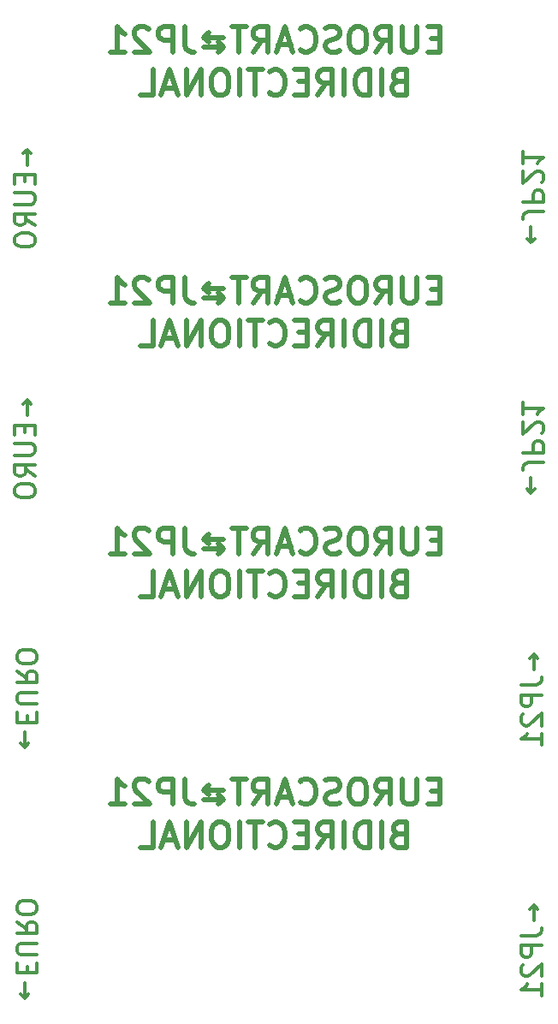
<source format=gbo>
G04 #@! TF.GenerationSoftware,KiCad,Pcbnew,(5.1.0)-1*
G04 #@! TF.CreationDate,2019-08-12T16:28:21-04:00*
G04 #@! TF.ProjectId,4x_PANEL,34785f50-414e-4454-9c2e-6b696361645f,rev?*
G04 #@! TF.SameCoordinates,Original*
G04 #@! TF.FileFunction,Legend,Bot*
G04 #@! TF.FilePolarity,Positive*
%FSLAX46Y46*%
G04 Gerber Fmt 4.6, Leading zero omitted, Abs format (unit mm)*
G04 Created by KiCad (PCBNEW (5.1.0)-1) date 2019-08-12 16:28:21*
%MOMM*%
%LPD*%
G04 APERTURE LIST*
%ADD10C,0.300000*%
%ADD11C,0.500000*%
G04 APERTURE END LIST*
D10*
X106257142Y-138638095D02*
X106257142Y-140161904D01*
X105876190Y-139780952D02*
X106257142Y-140161904D01*
X106638095Y-139780952D01*
X106542857Y-137685714D02*
X106542857Y-137019047D01*
X105495238Y-136733333D02*
X105495238Y-137685714D01*
X107495238Y-137685714D01*
X107495238Y-136733333D01*
X107495238Y-135876190D02*
X105876190Y-135876190D01*
X105685714Y-135780952D01*
X105590476Y-135685714D01*
X105495238Y-135495238D01*
X105495238Y-135114285D01*
X105590476Y-134923809D01*
X105685714Y-134828571D01*
X105876190Y-134733333D01*
X107495238Y-134733333D01*
X105495238Y-132638095D02*
X106447619Y-133304761D01*
X105495238Y-133780952D02*
X107495238Y-133780952D01*
X107495238Y-133019047D01*
X107400000Y-132828571D01*
X107304761Y-132733333D01*
X107114285Y-132638095D01*
X106828571Y-132638095D01*
X106638095Y-132733333D01*
X106542857Y-132828571D01*
X106447619Y-133019047D01*
X106447619Y-133780952D01*
X107495238Y-131400000D02*
X107495238Y-131019047D01*
X107400000Y-130828571D01*
X107209523Y-130638095D01*
X106828571Y-130542857D01*
X106161904Y-130542857D01*
X105780952Y-130638095D01*
X105590476Y-130828571D01*
X105495238Y-131019047D01*
X105495238Y-131400000D01*
X105590476Y-131590476D01*
X105780952Y-131780952D01*
X106161904Y-131876190D01*
X106828571Y-131876190D01*
X107209523Y-131780952D01*
X107400000Y-131590476D01*
X107495238Y-131400000D01*
X156642857Y-132495238D02*
X156642857Y-130971428D01*
X157023809Y-131352380D02*
X156642857Y-130971428D01*
X156261904Y-131352380D01*
X155404761Y-134019047D02*
X156833333Y-134019047D01*
X157119047Y-133923809D01*
X157309523Y-133733333D01*
X157404761Y-133447619D01*
X157404761Y-133257142D01*
X157404761Y-134971428D02*
X155404761Y-134971428D01*
X155404761Y-135733333D01*
X155500000Y-135923809D01*
X155595238Y-136019047D01*
X155785714Y-136114285D01*
X156071428Y-136114285D01*
X156261904Y-136019047D01*
X156357142Y-135923809D01*
X156452380Y-135733333D01*
X156452380Y-134971428D01*
X155595238Y-136876190D02*
X155500000Y-136971428D01*
X155404761Y-137161904D01*
X155404761Y-137638095D01*
X155500000Y-137828571D01*
X155595238Y-137923809D01*
X155785714Y-138019047D01*
X155976190Y-138019047D01*
X156261904Y-137923809D01*
X157404761Y-136780952D01*
X157404761Y-138019047D01*
X157404761Y-139923809D02*
X157404761Y-138780952D01*
X157404761Y-139352380D02*
X155404761Y-139352380D01*
X155690476Y-139161904D01*
X155880952Y-138971428D01*
X155976190Y-138780952D01*
D11*
X147350000Y-119696428D02*
X146516666Y-119696428D01*
X146159523Y-121005952D02*
X147350000Y-121005952D01*
X147350000Y-118505952D01*
X146159523Y-118505952D01*
X145088095Y-118505952D02*
X145088095Y-120529761D01*
X144969047Y-120767857D01*
X144850000Y-120886904D01*
X144611904Y-121005952D01*
X144135714Y-121005952D01*
X143897619Y-120886904D01*
X143778571Y-120767857D01*
X143659523Y-120529761D01*
X143659523Y-118505952D01*
X141040476Y-121005952D02*
X141873809Y-119815476D01*
X142469047Y-121005952D02*
X142469047Y-118505952D01*
X141516666Y-118505952D01*
X141278571Y-118625000D01*
X141159523Y-118744047D01*
X141040476Y-118982142D01*
X141040476Y-119339285D01*
X141159523Y-119577380D01*
X141278571Y-119696428D01*
X141516666Y-119815476D01*
X142469047Y-119815476D01*
X139492857Y-118505952D02*
X139016666Y-118505952D01*
X138778571Y-118625000D01*
X138540476Y-118863095D01*
X138421428Y-119339285D01*
X138421428Y-120172619D01*
X138540476Y-120648809D01*
X138778571Y-120886904D01*
X139016666Y-121005952D01*
X139492857Y-121005952D01*
X139730952Y-120886904D01*
X139969047Y-120648809D01*
X140088095Y-120172619D01*
X140088095Y-119339285D01*
X139969047Y-118863095D01*
X139730952Y-118625000D01*
X139492857Y-118505952D01*
X137469047Y-120886904D02*
X137111904Y-121005952D01*
X136516666Y-121005952D01*
X136278571Y-120886904D01*
X136159523Y-120767857D01*
X136040476Y-120529761D01*
X136040476Y-120291666D01*
X136159523Y-120053571D01*
X136278571Y-119934523D01*
X136516666Y-119815476D01*
X136992857Y-119696428D01*
X137230952Y-119577380D01*
X137350000Y-119458333D01*
X137469047Y-119220238D01*
X137469047Y-118982142D01*
X137350000Y-118744047D01*
X137230952Y-118625000D01*
X136992857Y-118505952D01*
X136397619Y-118505952D01*
X136040476Y-118625000D01*
X133540476Y-120767857D02*
X133659523Y-120886904D01*
X134016666Y-121005952D01*
X134254761Y-121005952D01*
X134611904Y-120886904D01*
X134850000Y-120648809D01*
X134969047Y-120410714D01*
X135088095Y-119934523D01*
X135088095Y-119577380D01*
X134969047Y-119101190D01*
X134850000Y-118863095D01*
X134611904Y-118625000D01*
X134254761Y-118505952D01*
X134016666Y-118505952D01*
X133659523Y-118625000D01*
X133540476Y-118744047D01*
X132588095Y-120291666D02*
X131397619Y-120291666D01*
X132826190Y-121005952D02*
X131992857Y-118505952D01*
X131159523Y-121005952D01*
X128897619Y-121005952D02*
X129730952Y-119815476D01*
X130326190Y-121005952D02*
X130326190Y-118505952D01*
X129373809Y-118505952D01*
X129135714Y-118625000D01*
X129016666Y-118744047D01*
X128897619Y-118982142D01*
X128897619Y-119339285D01*
X129016666Y-119577380D01*
X129135714Y-119696428D01*
X129373809Y-119815476D01*
X130326190Y-119815476D01*
X128183333Y-118505952D02*
X126754761Y-118505952D01*
X127469047Y-121005952D02*
X127469047Y-118505952D01*
X124016666Y-120529761D02*
X125921428Y-120529761D01*
X125921428Y-119577380D02*
X124016666Y-119577380D01*
X124492857Y-120053571D02*
X124016666Y-119577380D01*
X124492857Y-119101190D01*
X125445238Y-121005952D02*
X125921428Y-120529761D01*
X125445238Y-120053571D01*
X122111904Y-118505952D02*
X122111904Y-120291666D01*
X122230952Y-120648809D01*
X122469047Y-120886904D01*
X122826190Y-121005952D01*
X123064285Y-121005952D01*
X120921428Y-121005952D02*
X120921428Y-118505952D01*
X119969047Y-118505952D01*
X119730952Y-118625000D01*
X119611904Y-118744047D01*
X119492857Y-118982142D01*
X119492857Y-119339285D01*
X119611904Y-119577380D01*
X119730952Y-119696428D01*
X119969047Y-119815476D01*
X120921428Y-119815476D01*
X118540476Y-118744047D02*
X118421428Y-118625000D01*
X118183333Y-118505952D01*
X117588095Y-118505952D01*
X117350000Y-118625000D01*
X117230952Y-118744047D01*
X117111904Y-118982142D01*
X117111904Y-119220238D01*
X117230952Y-119577380D01*
X118659523Y-121005952D01*
X117111904Y-121005952D01*
X114730952Y-121005952D02*
X116159523Y-121005952D01*
X115445238Y-121005952D02*
X115445238Y-118505952D01*
X115683333Y-118863095D01*
X115921428Y-119101190D01*
X116159523Y-119220238D01*
X143242857Y-123946428D02*
X142885714Y-124065476D01*
X142766666Y-124184523D01*
X142647619Y-124422619D01*
X142647619Y-124779761D01*
X142766666Y-125017857D01*
X142885714Y-125136904D01*
X143123809Y-125255952D01*
X144076190Y-125255952D01*
X144076190Y-122755952D01*
X143242857Y-122755952D01*
X143004761Y-122875000D01*
X142885714Y-122994047D01*
X142766666Y-123232142D01*
X142766666Y-123470238D01*
X142885714Y-123708333D01*
X143004761Y-123827380D01*
X143242857Y-123946428D01*
X144076190Y-123946428D01*
X141576190Y-125255952D02*
X141576190Y-122755952D01*
X140385714Y-125255952D02*
X140385714Y-122755952D01*
X139790476Y-122755952D01*
X139433333Y-122875000D01*
X139195238Y-123113095D01*
X139076190Y-123351190D01*
X138957142Y-123827380D01*
X138957142Y-124184523D01*
X139076190Y-124660714D01*
X139195238Y-124898809D01*
X139433333Y-125136904D01*
X139790476Y-125255952D01*
X140385714Y-125255952D01*
X137885714Y-125255952D02*
X137885714Y-122755952D01*
X135266666Y-125255952D02*
X136100000Y-124065476D01*
X136695238Y-125255952D02*
X136695238Y-122755952D01*
X135742857Y-122755952D01*
X135504761Y-122875000D01*
X135385714Y-122994047D01*
X135266666Y-123232142D01*
X135266666Y-123589285D01*
X135385714Y-123827380D01*
X135504761Y-123946428D01*
X135742857Y-124065476D01*
X136695238Y-124065476D01*
X134195238Y-123946428D02*
X133361904Y-123946428D01*
X133004761Y-125255952D02*
X134195238Y-125255952D01*
X134195238Y-122755952D01*
X133004761Y-122755952D01*
X130504761Y-125017857D02*
X130623809Y-125136904D01*
X130980952Y-125255952D01*
X131219047Y-125255952D01*
X131576190Y-125136904D01*
X131814285Y-124898809D01*
X131933333Y-124660714D01*
X132052380Y-124184523D01*
X132052380Y-123827380D01*
X131933333Y-123351190D01*
X131814285Y-123113095D01*
X131576190Y-122875000D01*
X131219047Y-122755952D01*
X130980952Y-122755952D01*
X130623809Y-122875000D01*
X130504761Y-122994047D01*
X129790476Y-122755952D02*
X128361904Y-122755952D01*
X129076190Y-125255952D02*
X129076190Y-122755952D01*
X127528571Y-125255952D02*
X127528571Y-122755952D01*
X125861904Y-122755952D02*
X125385714Y-122755952D01*
X125147619Y-122875000D01*
X124909523Y-123113095D01*
X124790476Y-123589285D01*
X124790476Y-124422619D01*
X124909523Y-124898809D01*
X125147619Y-125136904D01*
X125385714Y-125255952D01*
X125861904Y-125255952D01*
X126100000Y-125136904D01*
X126338095Y-124898809D01*
X126457142Y-124422619D01*
X126457142Y-123589285D01*
X126338095Y-123113095D01*
X126100000Y-122875000D01*
X125861904Y-122755952D01*
X123719047Y-125255952D02*
X123719047Y-122755952D01*
X122290476Y-125255952D01*
X122290476Y-122755952D01*
X121219047Y-124541666D02*
X120028571Y-124541666D01*
X121457142Y-125255952D02*
X120623809Y-122755952D01*
X119790476Y-125255952D01*
X117766666Y-125255952D02*
X118957142Y-125255952D01*
X118957142Y-122755952D01*
D10*
X106542857Y-82561904D02*
X106542857Y-81038095D01*
X106923809Y-81419047D02*
X106542857Y-81038095D01*
X106161904Y-81419047D01*
X106257142Y-83514285D02*
X106257142Y-84180952D01*
X107304761Y-84466666D02*
X107304761Y-83514285D01*
X105304761Y-83514285D01*
X105304761Y-84466666D01*
X105304761Y-85323809D02*
X106923809Y-85323809D01*
X107114285Y-85419047D01*
X107209523Y-85514285D01*
X107304761Y-85704761D01*
X107304761Y-86085714D01*
X107209523Y-86276190D01*
X107114285Y-86371428D01*
X106923809Y-86466666D01*
X105304761Y-86466666D01*
X107304761Y-88561904D02*
X106352380Y-87895238D01*
X107304761Y-87419047D02*
X105304761Y-87419047D01*
X105304761Y-88180952D01*
X105400000Y-88371428D01*
X105495238Y-88466666D01*
X105685714Y-88561904D01*
X105971428Y-88561904D01*
X106161904Y-88466666D01*
X106257142Y-88371428D01*
X106352380Y-88180952D01*
X106352380Y-87419047D01*
X105304761Y-89800000D02*
X105304761Y-90180952D01*
X105400000Y-90371428D01*
X105590476Y-90561904D01*
X105971428Y-90657142D01*
X106638095Y-90657142D01*
X107019047Y-90561904D01*
X107209523Y-90371428D01*
X107304761Y-90180952D01*
X107304761Y-89800000D01*
X107209523Y-89609523D01*
X107019047Y-89419047D01*
X106638095Y-89323809D01*
X105971428Y-89323809D01*
X105590476Y-89419047D01*
X105400000Y-89609523D01*
X105304761Y-89800000D01*
X156357142Y-88704761D02*
X156357142Y-90228571D01*
X155976190Y-89847619D02*
X156357142Y-90228571D01*
X156738095Y-89847619D01*
X157595238Y-87180952D02*
X156166666Y-87180952D01*
X155880952Y-87276190D01*
X155690476Y-87466666D01*
X155595238Y-87752380D01*
X155595238Y-87942857D01*
X155595238Y-86228571D02*
X157595238Y-86228571D01*
X157595238Y-85466666D01*
X157500000Y-85276190D01*
X157404761Y-85180952D01*
X157214285Y-85085714D01*
X156928571Y-85085714D01*
X156738095Y-85180952D01*
X156642857Y-85276190D01*
X156547619Y-85466666D01*
X156547619Y-86228571D01*
X157404761Y-84323809D02*
X157500000Y-84228571D01*
X157595238Y-84038095D01*
X157595238Y-83561904D01*
X157500000Y-83371428D01*
X157404761Y-83276190D01*
X157214285Y-83180952D01*
X157023809Y-83180952D01*
X156738095Y-83276190D01*
X155595238Y-84419047D01*
X155595238Y-83180952D01*
X155595238Y-81276190D02*
X155595238Y-82419047D01*
X155595238Y-81847619D02*
X157595238Y-81847619D01*
X157309523Y-82038095D01*
X157119047Y-82228571D01*
X157023809Y-82419047D01*
D11*
X147350000Y-70096428D02*
X146516666Y-70096428D01*
X146159523Y-71405952D02*
X147350000Y-71405952D01*
X147350000Y-68905952D01*
X146159523Y-68905952D01*
X145088095Y-68905952D02*
X145088095Y-70929761D01*
X144969047Y-71167857D01*
X144850000Y-71286904D01*
X144611904Y-71405952D01*
X144135714Y-71405952D01*
X143897619Y-71286904D01*
X143778571Y-71167857D01*
X143659523Y-70929761D01*
X143659523Y-68905952D01*
X141040476Y-71405952D02*
X141873809Y-70215476D01*
X142469047Y-71405952D02*
X142469047Y-68905952D01*
X141516666Y-68905952D01*
X141278571Y-69025000D01*
X141159523Y-69144047D01*
X141040476Y-69382142D01*
X141040476Y-69739285D01*
X141159523Y-69977380D01*
X141278571Y-70096428D01*
X141516666Y-70215476D01*
X142469047Y-70215476D01*
X139492857Y-68905952D02*
X139016666Y-68905952D01*
X138778571Y-69025000D01*
X138540476Y-69263095D01*
X138421428Y-69739285D01*
X138421428Y-70572619D01*
X138540476Y-71048809D01*
X138778571Y-71286904D01*
X139016666Y-71405952D01*
X139492857Y-71405952D01*
X139730952Y-71286904D01*
X139969047Y-71048809D01*
X140088095Y-70572619D01*
X140088095Y-69739285D01*
X139969047Y-69263095D01*
X139730952Y-69025000D01*
X139492857Y-68905952D01*
X137469047Y-71286904D02*
X137111904Y-71405952D01*
X136516666Y-71405952D01*
X136278571Y-71286904D01*
X136159523Y-71167857D01*
X136040476Y-70929761D01*
X136040476Y-70691666D01*
X136159523Y-70453571D01*
X136278571Y-70334523D01*
X136516666Y-70215476D01*
X136992857Y-70096428D01*
X137230952Y-69977380D01*
X137350000Y-69858333D01*
X137469047Y-69620238D01*
X137469047Y-69382142D01*
X137350000Y-69144047D01*
X137230952Y-69025000D01*
X136992857Y-68905952D01*
X136397619Y-68905952D01*
X136040476Y-69025000D01*
X133540476Y-71167857D02*
X133659523Y-71286904D01*
X134016666Y-71405952D01*
X134254761Y-71405952D01*
X134611904Y-71286904D01*
X134850000Y-71048809D01*
X134969047Y-70810714D01*
X135088095Y-70334523D01*
X135088095Y-69977380D01*
X134969047Y-69501190D01*
X134850000Y-69263095D01*
X134611904Y-69025000D01*
X134254761Y-68905952D01*
X134016666Y-68905952D01*
X133659523Y-69025000D01*
X133540476Y-69144047D01*
X132588095Y-70691666D02*
X131397619Y-70691666D01*
X132826190Y-71405952D02*
X131992857Y-68905952D01*
X131159523Y-71405952D01*
X128897619Y-71405952D02*
X129730952Y-70215476D01*
X130326190Y-71405952D02*
X130326190Y-68905952D01*
X129373809Y-68905952D01*
X129135714Y-69025000D01*
X129016666Y-69144047D01*
X128897619Y-69382142D01*
X128897619Y-69739285D01*
X129016666Y-69977380D01*
X129135714Y-70096428D01*
X129373809Y-70215476D01*
X130326190Y-70215476D01*
X128183333Y-68905952D02*
X126754761Y-68905952D01*
X127469047Y-71405952D02*
X127469047Y-68905952D01*
X124016666Y-70929761D02*
X125921428Y-70929761D01*
X125921428Y-69977380D02*
X124016666Y-69977380D01*
X124492857Y-70453571D02*
X124016666Y-69977380D01*
X124492857Y-69501190D01*
X125445238Y-71405952D02*
X125921428Y-70929761D01*
X125445238Y-70453571D01*
X122111904Y-68905952D02*
X122111904Y-70691666D01*
X122230952Y-71048809D01*
X122469047Y-71286904D01*
X122826190Y-71405952D01*
X123064285Y-71405952D01*
X120921428Y-71405952D02*
X120921428Y-68905952D01*
X119969047Y-68905952D01*
X119730952Y-69025000D01*
X119611904Y-69144047D01*
X119492857Y-69382142D01*
X119492857Y-69739285D01*
X119611904Y-69977380D01*
X119730952Y-70096428D01*
X119969047Y-70215476D01*
X120921428Y-70215476D01*
X118540476Y-69144047D02*
X118421428Y-69025000D01*
X118183333Y-68905952D01*
X117588095Y-68905952D01*
X117350000Y-69025000D01*
X117230952Y-69144047D01*
X117111904Y-69382142D01*
X117111904Y-69620238D01*
X117230952Y-69977380D01*
X118659523Y-71405952D01*
X117111904Y-71405952D01*
X114730952Y-71405952D02*
X116159523Y-71405952D01*
X115445238Y-71405952D02*
X115445238Y-68905952D01*
X115683333Y-69263095D01*
X115921428Y-69501190D01*
X116159523Y-69620238D01*
X143242857Y-74346428D02*
X142885714Y-74465476D01*
X142766666Y-74584523D01*
X142647619Y-74822619D01*
X142647619Y-75179761D01*
X142766666Y-75417857D01*
X142885714Y-75536904D01*
X143123809Y-75655952D01*
X144076190Y-75655952D01*
X144076190Y-73155952D01*
X143242857Y-73155952D01*
X143004761Y-73275000D01*
X142885714Y-73394047D01*
X142766666Y-73632142D01*
X142766666Y-73870238D01*
X142885714Y-74108333D01*
X143004761Y-74227380D01*
X143242857Y-74346428D01*
X144076190Y-74346428D01*
X141576190Y-75655952D02*
X141576190Y-73155952D01*
X140385714Y-75655952D02*
X140385714Y-73155952D01*
X139790476Y-73155952D01*
X139433333Y-73275000D01*
X139195238Y-73513095D01*
X139076190Y-73751190D01*
X138957142Y-74227380D01*
X138957142Y-74584523D01*
X139076190Y-75060714D01*
X139195238Y-75298809D01*
X139433333Y-75536904D01*
X139790476Y-75655952D01*
X140385714Y-75655952D01*
X137885714Y-75655952D02*
X137885714Y-73155952D01*
X135266666Y-75655952D02*
X136100000Y-74465476D01*
X136695238Y-75655952D02*
X136695238Y-73155952D01*
X135742857Y-73155952D01*
X135504761Y-73275000D01*
X135385714Y-73394047D01*
X135266666Y-73632142D01*
X135266666Y-73989285D01*
X135385714Y-74227380D01*
X135504761Y-74346428D01*
X135742857Y-74465476D01*
X136695238Y-74465476D01*
X134195238Y-74346428D02*
X133361904Y-74346428D01*
X133004761Y-75655952D02*
X134195238Y-75655952D01*
X134195238Y-73155952D01*
X133004761Y-73155952D01*
X130504761Y-75417857D02*
X130623809Y-75536904D01*
X130980952Y-75655952D01*
X131219047Y-75655952D01*
X131576190Y-75536904D01*
X131814285Y-75298809D01*
X131933333Y-75060714D01*
X132052380Y-74584523D01*
X132052380Y-74227380D01*
X131933333Y-73751190D01*
X131814285Y-73513095D01*
X131576190Y-73275000D01*
X131219047Y-73155952D01*
X130980952Y-73155952D01*
X130623809Y-73275000D01*
X130504761Y-73394047D01*
X129790476Y-73155952D02*
X128361904Y-73155952D01*
X129076190Y-75655952D02*
X129076190Y-73155952D01*
X127528571Y-75655952D02*
X127528571Y-73155952D01*
X125861904Y-73155952D02*
X125385714Y-73155952D01*
X125147619Y-73275000D01*
X124909523Y-73513095D01*
X124790476Y-73989285D01*
X124790476Y-74822619D01*
X124909523Y-75298809D01*
X125147619Y-75536904D01*
X125385714Y-75655952D01*
X125861904Y-75655952D01*
X126100000Y-75536904D01*
X126338095Y-75298809D01*
X126457142Y-74822619D01*
X126457142Y-73989285D01*
X126338095Y-73513095D01*
X126100000Y-73275000D01*
X125861904Y-73155952D01*
X123719047Y-75655952D02*
X123719047Y-73155952D01*
X122290476Y-75655952D01*
X122290476Y-73155952D01*
X121219047Y-74941666D02*
X120028571Y-74941666D01*
X121457142Y-75655952D02*
X120623809Y-73155952D01*
X119790476Y-75655952D01*
X117766666Y-75655952D02*
X118957142Y-75655952D01*
X118957142Y-73155952D01*
X147350000Y-94896428D02*
X146516666Y-94896428D01*
X146159523Y-96205952D02*
X147350000Y-96205952D01*
X147350000Y-93705952D01*
X146159523Y-93705952D01*
X145088095Y-93705952D02*
X145088095Y-95729761D01*
X144969047Y-95967857D01*
X144850000Y-96086904D01*
X144611904Y-96205952D01*
X144135714Y-96205952D01*
X143897619Y-96086904D01*
X143778571Y-95967857D01*
X143659523Y-95729761D01*
X143659523Y-93705952D01*
X141040476Y-96205952D02*
X141873809Y-95015476D01*
X142469047Y-96205952D02*
X142469047Y-93705952D01*
X141516666Y-93705952D01*
X141278571Y-93825000D01*
X141159523Y-93944047D01*
X141040476Y-94182142D01*
X141040476Y-94539285D01*
X141159523Y-94777380D01*
X141278571Y-94896428D01*
X141516666Y-95015476D01*
X142469047Y-95015476D01*
X139492857Y-93705952D02*
X139016666Y-93705952D01*
X138778571Y-93825000D01*
X138540476Y-94063095D01*
X138421428Y-94539285D01*
X138421428Y-95372619D01*
X138540476Y-95848809D01*
X138778571Y-96086904D01*
X139016666Y-96205952D01*
X139492857Y-96205952D01*
X139730952Y-96086904D01*
X139969047Y-95848809D01*
X140088095Y-95372619D01*
X140088095Y-94539285D01*
X139969047Y-94063095D01*
X139730952Y-93825000D01*
X139492857Y-93705952D01*
X137469047Y-96086904D02*
X137111904Y-96205952D01*
X136516666Y-96205952D01*
X136278571Y-96086904D01*
X136159523Y-95967857D01*
X136040476Y-95729761D01*
X136040476Y-95491666D01*
X136159523Y-95253571D01*
X136278571Y-95134523D01*
X136516666Y-95015476D01*
X136992857Y-94896428D01*
X137230952Y-94777380D01*
X137350000Y-94658333D01*
X137469047Y-94420238D01*
X137469047Y-94182142D01*
X137350000Y-93944047D01*
X137230952Y-93825000D01*
X136992857Y-93705952D01*
X136397619Y-93705952D01*
X136040476Y-93825000D01*
X133540476Y-95967857D02*
X133659523Y-96086904D01*
X134016666Y-96205952D01*
X134254761Y-96205952D01*
X134611904Y-96086904D01*
X134850000Y-95848809D01*
X134969047Y-95610714D01*
X135088095Y-95134523D01*
X135088095Y-94777380D01*
X134969047Y-94301190D01*
X134850000Y-94063095D01*
X134611904Y-93825000D01*
X134254761Y-93705952D01*
X134016666Y-93705952D01*
X133659523Y-93825000D01*
X133540476Y-93944047D01*
X132588095Y-95491666D02*
X131397619Y-95491666D01*
X132826190Y-96205952D02*
X131992857Y-93705952D01*
X131159523Y-96205952D01*
X128897619Y-96205952D02*
X129730952Y-95015476D01*
X130326190Y-96205952D02*
X130326190Y-93705952D01*
X129373809Y-93705952D01*
X129135714Y-93825000D01*
X129016666Y-93944047D01*
X128897619Y-94182142D01*
X128897619Y-94539285D01*
X129016666Y-94777380D01*
X129135714Y-94896428D01*
X129373809Y-95015476D01*
X130326190Y-95015476D01*
X128183333Y-93705952D02*
X126754761Y-93705952D01*
X127469047Y-96205952D02*
X127469047Y-93705952D01*
X124016666Y-95729761D02*
X125921428Y-95729761D01*
X125921428Y-94777380D02*
X124016666Y-94777380D01*
X124492857Y-95253571D02*
X124016666Y-94777380D01*
X124492857Y-94301190D01*
X125445238Y-96205952D02*
X125921428Y-95729761D01*
X125445238Y-95253571D01*
X122111904Y-93705952D02*
X122111904Y-95491666D01*
X122230952Y-95848809D01*
X122469047Y-96086904D01*
X122826190Y-96205952D01*
X123064285Y-96205952D01*
X120921428Y-96205952D02*
X120921428Y-93705952D01*
X119969047Y-93705952D01*
X119730952Y-93825000D01*
X119611904Y-93944047D01*
X119492857Y-94182142D01*
X119492857Y-94539285D01*
X119611904Y-94777380D01*
X119730952Y-94896428D01*
X119969047Y-95015476D01*
X120921428Y-95015476D01*
X118540476Y-93944047D02*
X118421428Y-93825000D01*
X118183333Y-93705952D01*
X117588095Y-93705952D01*
X117350000Y-93825000D01*
X117230952Y-93944047D01*
X117111904Y-94182142D01*
X117111904Y-94420238D01*
X117230952Y-94777380D01*
X118659523Y-96205952D01*
X117111904Y-96205952D01*
X114730952Y-96205952D02*
X116159523Y-96205952D01*
X115445238Y-96205952D02*
X115445238Y-93705952D01*
X115683333Y-94063095D01*
X115921428Y-94301190D01*
X116159523Y-94420238D01*
X143242857Y-99146428D02*
X142885714Y-99265476D01*
X142766666Y-99384523D01*
X142647619Y-99622619D01*
X142647619Y-99979761D01*
X142766666Y-100217857D01*
X142885714Y-100336904D01*
X143123809Y-100455952D01*
X144076190Y-100455952D01*
X144076190Y-97955952D01*
X143242857Y-97955952D01*
X143004761Y-98075000D01*
X142885714Y-98194047D01*
X142766666Y-98432142D01*
X142766666Y-98670238D01*
X142885714Y-98908333D01*
X143004761Y-99027380D01*
X143242857Y-99146428D01*
X144076190Y-99146428D01*
X141576190Y-100455952D02*
X141576190Y-97955952D01*
X140385714Y-100455952D02*
X140385714Y-97955952D01*
X139790476Y-97955952D01*
X139433333Y-98075000D01*
X139195238Y-98313095D01*
X139076190Y-98551190D01*
X138957142Y-99027380D01*
X138957142Y-99384523D01*
X139076190Y-99860714D01*
X139195238Y-100098809D01*
X139433333Y-100336904D01*
X139790476Y-100455952D01*
X140385714Y-100455952D01*
X137885714Y-100455952D02*
X137885714Y-97955952D01*
X135266666Y-100455952D02*
X136100000Y-99265476D01*
X136695238Y-100455952D02*
X136695238Y-97955952D01*
X135742857Y-97955952D01*
X135504761Y-98075000D01*
X135385714Y-98194047D01*
X135266666Y-98432142D01*
X135266666Y-98789285D01*
X135385714Y-99027380D01*
X135504761Y-99146428D01*
X135742857Y-99265476D01*
X136695238Y-99265476D01*
X134195238Y-99146428D02*
X133361904Y-99146428D01*
X133004761Y-100455952D02*
X134195238Y-100455952D01*
X134195238Y-97955952D01*
X133004761Y-97955952D01*
X130504761Y-100217857D02*
X130623809Y-100336904D01*
X130980952Y-100455952D01*
X131219047Y-100455952D01*
X131576190Y-100336904D01*
X131814285Y-100098809D01*
X131933333Y-99860714D01*
X132052380Y-99384523D01*
X132052380Y-99027380D01*
X131933333Y-98551190D01*
X131814285Y-98313095D01*
X131576190Y-98075000D01*
X131219047Y-97955952D01*
X130980952Y-97955952D01*
X130623809Y-98075000D01*
X130504761Y-98194047D01*
X129790476Y-97955952D02*
X128361904Y-97955952D01*
X129076190Y-100455952D02*
X129076190Y-97955952D01*
X127528571Y-100455952D02*
X127528571Y-97955952D01*
X125861904Y-97955952D02*
X125385714Y-97955952D01*
X125147619Y-98075000D01*
X124909523Y-98313095D01*
X124790476Y-98789285D01*
X124790476Y-99622619D01*
X124909523Y-100098809D01*
X125147619Y-100336904D01*
X125385714Y-100455952D01*
X125861904Y-100455952D01*
X126100000Y-100336904D01*
X126338095Y-100098809D01*
X126457142Y-99622619D01*
X126457142Y-98789285D01*
X126338095Y-98313095D01*
X126100000Y-98075000D01*
X125861904Y-97955952D01*
X123719047Y-100455952D02*
X123719047Y-97955952D01*
X122290476Y-100455952D01*
X122290476Y-97955952D01*
X121219047Y-99741666D02*
X120028571Y-99741666D01*
X121457142Y-100455952D02*
X120623809Y-97955952D01*
X119790476Y-100455952D01*
X117766666Y-100455952D02*
X118957142Y-100455952D01*
X118957142Y-97955952D01*
D10*
X106542857Y-107361904D02*
X106542857Y-105838095D01*
X106923809Y-106219047D02*
X106542857Y-105838095D01*
X106161904Y-106219047D01*
X106257142Y-108314285D02*
X106257142Y-108980952D01*
X107304761Y-109266666D02*
X107304761Y-108314285D01*
X105304761Y-108314285D01*
X105304761Y-109266666D01*
X105304761Y-110123809D02*
X106923809Y-110123809D01*
X107114285Y-110219047D01*
X107209523Y-110314285D01*
X107304761Y-110504761D01*
X107304761Y-110885714D01*
X107209523Y-111076190D01*
X107114285Y-111171428D01*
X106923809Y-111266666D01*
X105304761Y-111266666D01*
X107304761Y-113361904D02*
X106352380Y-112695238D01*
X107304761Y-112219047D02*
X105304761Y-112219047D01*
X105304761Y-112980952D01*
X105400000Y-113171428D01*
X105495238Y-113266666D01*
X105685714Y-113361904D01*
X105971428Y-113361904D01*
X106161904Y-113266666D01*
X106257142Y-113171428D01*
X106352380Y-112980952D01*
X106352380Y-112219047D01*
X105304761Y-114600000D02*
X105304761Y-114980952D01*
X105400000Y-115171428D01*
X105590476Y-115361904D01*
X105971428Y-115457142D01*
X106638095Y-115457142D01*
X107019047Y-115361904D01*
X107209523Y-115171428D01*
X107304761Y-114980952D01*
X107304761Y-114600000D01*
X107209523Y-114409523D01*
X107019047Y-114219047D01*
X106638095Y-114123809D01*
X105971428Y-114123809D01*
X105590476Y-114219047D01*
X105400000Y-114409523D01*
X105304761Y-114600000D01*
X156357142Y-113504761D02*
X156357142Y-115028571D01*
X155976190Y-114647619D02*
X156357142Y-115028571D01*
X156738095Y-114647619D01*
X157595238Y-111980952D02*
X156166666Y-111980952D01*
X155880952Y-112076190D01*
X155690476Y-112266666D01*
X155595238Y-112552380D01*
X155595238Y-112742857D01*
X155595238Y-111028571D02*
X157595238Y-111028571D01*
X157595238Y-110266666D01*
X157500000Y-110076190D01*
X157404761Y-109980952D01*
X157214285Y-109885714D01*
X156928571Y-109885714D01*
X156738095Y-109980952D01*
X156642857Y-110076190D01*
X156547619Y-110266666D01*
X156547619Y-111028571D01*
X157404761Y-109123809D02*
X157500000Y-109028571D01*
X157595238Y-108838095D01*
X157595238Y-108361904D01*
X157500000Y-108171428D01*
X157404761Y-108076190D01*
X157214285Y-107980952D01*
X157023809Y-107980952D01*
X156738095Y-108076190D01*
X155595238Y-109219047D01*
X155595238Y-107980952D01*
X155595238Y-106076190D02*
X155595238Y-107219047D01*
X155595238Y-106647619D02*
X157595238Y-106647619D01*
X157309523Y-106838095D01*
X157119047Y-107028571D01*
X157023809Y-107219047D01*
D11*
X147350000Y-144496428D02*
X146516666Y-144496428D01*
X146159523Y-145805952D02*
X147350000Y-145805952D01*
X147350000Y-143305952D01*
X146159523Y-143305952D01*
X145088095Y-143305952D02*
X145088095Y-145329761D01*
X144969047Y-145567857D01*
X144850000Y-145686904D01*
X144611904Y-145805952D01*
X144135714Y-145805952D01*
X143897619Y-145686904D01*
X143778571Y-145567857D01*
X143659523Y-145329761D01*
X143659523Y-143305952D01*
X141040476Y-145805952D02*
X141873809Y-144615476D01*
X142469047Y-145805952D02*
X142469047Y-143305952D01*
X141516666Y-143305952D01*
X141278571Y-143425000D01*
X141159523Y-143544047D01*
X141040476Y-143782142D01*
X141040476Y-144139285D01*
X141159523Y-144377380D01*
X141278571Y-144496428D01*
X141516666Y-144615476D01*
X142469047Y-144615476D01*
X139492857Y-143305952D02*
X139016666Y-143305952D01*
X138778571Y-143425000D01*
X138540476Y-143663095D01*
X138421428Y-144139285D01*
X138421428Y-144972619D01*
X138540476Y-145448809D01*
X138778571Y-145686904D01*
X139016666Y-145805952D01*
X139492857Y-145805952D01*
X139730952Y-145686904D01*
X139969047Y-145448809D01*
X140088095Y-144972619D01*
X140088095Y-144139285D01*
X139969047Y-143663095D01*
X139730952Y-143425000D01*
X139492857Y-143305952D01*
X137469047Y-145686904D02*
X137111904Y-145805952D01*
X136516666Y-145805952D01*
X136278571Y-145686904D01*
X136159523Y-145567857D01*
X136040476Y-145329761D01*
X136040476Y-145091666D01*
X136159523Y-144853571D01*
X136278571Y-144734523D01*
X136516666Y-144615476D01*
X136992857Y-144496428D01*
X137230952Y-144377380D01*
X137350000Y-144258333D01*
X137469047Y-144020238D01*
X137469047Y-143782142D01*
X137350000Y-143544047D01*
X137230952Y-143425000D01*
X136992857Y-143305952D01*
X136397619Y-143305952D01*
X136040476Y-143425000D01*
X133540476Y-145567857D02*
X133659523Y-145686904D01*
X134016666Y-145805952D01*
X134254761Y-145805952D01*
X134611904Y-145686904D01*
X134850000Y-145448809D01*
X134969047Y-145210714D01*
X135088095Y-144734523D01*
X135088095Y-144377380D01*
X134969047Y-143901190D01*
X134850000Y-143663095D01*
X134611904Y-143425000D01*
X134254761Y-143305952D01*
X134016666Y-143305952D01*
X133659523Y-143425000D01*
X133540476Y-143544047D01*
X132588095Y-145091666D02*
X131397619Y-145091666D01*
X132826190Y-145805952D02*
X131992857Y-143305952D01*
X131159523Y-145805952D01*
X128897619Y-145805952D02*
X129730952Y-144615476D01*
X130326190Y-145805952D02*
X130326190Y-143305952D01*
X129373809Y-143305952D01*
X129135714Y-143425000D01*
X129016666Y-143544047D01*
X128897619Y-143782142D01*
X128897619Y-144139285D01*
X129016666Y-144377380D01*
X129135714Y-144496428D01*
X129373809Y-144615476D01*
X130326190Y-144615476D01*
X128183333Y-143305952D02*
X126754761Y-143305952D01*
X127469047Y-145805952D02*
X127469047Y-143305952D01*
X124016666Y-145329761D02*
X125921428Y-145329761D01*
X125921428Y-144377380D02*
X124016666Y-144377380D01*
X124492857Y-144853571D02*
X124016666Y-144377380D01*
X124492857Y-143901190D01*
X125445238Y-145805952D02*
X125921428Y-145329761D01*
X125445238Y-144853571D01*
X122111904Y-143305952D02*
X122111904Y-145091666D01*
X122230952Y-145448809D01*
X122469047Y-145686904D01*
X122826190Y-145805952D01*
X123064285Y-145805952D01*
X120921428Y-145805952D02*
X120921428Y-143305952D01*
X119969047Y-143305952D01*
X119730952Y-143425000D01*
X119611904Y-143544047D01*
X119492857Y-143782142D01*
X119492857Y-144139285D01*
X119611904Y-144377380D01*
X119730952Y-144496428D01*
X119969047Y-144615476D01*
X120921428Y-144615476D01*
X118540476Y-143544047D02*
X118421428Y-143425000D01*
X118183333Y-143305952D01*
X117588095Y-143305952D01*
X117350000Y-143425000D01*
X117230952Y-143544047D01*
X117111904Y-143782142D01*
X117111904Y-144020238D01*
X117230952Y-144377380D01*
X118659523Y-145805952D01*
X117111904Y-145805952D01*
X114730952Y-145805952D02*
X116159523Y-145805952D01*
X115445238Y-145805952D02*
X115445238Y-143305952D01*
X115683333Y-143663095D01*
X115921428Y-143901190D01*
X116159523Y-144020238D01*
X143242857Y-148746428D02*
X142885714Y-148865476D01*
X142766666Y-148984523D01*
X142647619Y-149222619D01*
X142647619Y-149579761D01*
X142766666Y-149817857D01*
X142885714Y-149936904D01*
X143123809Y-150055952D01*
X144076190Y-150055952D01*
X144076190Y-147555952D01*
X143242857Y-147555952D01*
X143004761Y-147675000D01*
X142885714Y-147794047D01*
X142766666Y-148032142D01*
X142766666Y-148270238D01*
X142885714Y-148508333D01*
X143004761Y-148627380D01*
X143242857Y-148746428D01*
X144076190Y-148746428D01*
X141576190Y-150055952D02*
X141576190Y-147555952D01*
X140385714Y-150055952D02*
X140385714Y-147555952D01*
X139790476Y-147555952D01*
X139433333Y-147675000D01*
X139195238Y-147913095D01*
X139076190Y-148151190D01*
X138957142Y-148627380D01*
X138957142Y-148984523D01*
X139076190Y-149460714D01*
X139195238Y-149698809D01*
X139433333Y-149936904D01*
X139790476Y-150055952D01*
X140385714Y-150055952D01*
X137885714Y-150055952D02*
X137885714Y-147555952D01*
X135266666Y-150055952D02*
X136100000Y-148865476D01*
X136695238Y-150055952D02*
X136695238Y-147555952D01*
X135742857Y-147555952D01*
X135504761Y-147675000D01*
X135385714Y-147794047D01*
X135266666Y-148032142D01*
X135266666Y-148389285D01*
X135385714Y-148627380D01*
X135504761Y-148746428D01*
X135742857Y-148865476D01*
X136695238Y-148865476D01*
X134195238Y-148746428D02*
X133361904Y-148746428D01*
X133004761Y-150055952D02*
X134195238Y-150055952D01*
X134195238Y-147555952D01*
X133004761Y-147555952D01*
X130504761Y-149817857D02*
X130623809Y-149936904D01*
X130980952Y-150055952D01*
X131219047Y-150055952D01*
X131576190Y-149936904D01*
X131814285Y-149698809D01*
X131933333Y-149460714D01*
X132052380Y-148984523D01*
X132052380Y-148627380D01*
X131933333Y-148151190D01*
X131814285Y-147913095D01*
X131576190Y-147675000D01*
X131219047Y-147555952D01*
X130980952Y-147555952D01*
X130623809Y-147675000D01*
X130504761Y-147794047D01*
X129790476Y-147555952D02*
X128361904Y-147555952D01*
X129076190Y-150055952D02*
X129076190Y-147555952D01*
X127528571Y-150055952D02*
X127528571Y-147555952D01*
X125861904Y-147555952D02*
X125385714Y-147555952D01*
X125147619Y-147675000D01*
X124909523Y-147913095D01*
X124790476Y-148389285D01*
X124790476Y-149222619D01*
X124909523Y-149698809D01*
X125147619Y-149936904D01*
X125385714Y-150055952D01*
X125861904Y-150055952D01*
X126100000Y-149936904D01*
X126338095Y-149698809D01*
X126457142Y-149222619D01*
X126457142Y-148389285D01*
X126338095Y-147913095D01*
X126100000Y-147675000D01*
X125861904Y-147555952D01*
X123719047Y-150055952D02*
X123719047Y-147555952D01*
X122290476Y-150055952D01*
X122290476Y-147555952D01*
X121219047Y-149341666D02*
X120028571Y-149341666D01*
X121457142Y-150055952D02*
X120623809Y-147555952D01*
X119790476Y-150055952D01*
X117766666Y-150055952D02*
X118957142Y-150055952D01*
X118957142Y-147555952D01*
D10*
X106257142Y-163438095D02*
X106257142Y-164961904D01*
X105876190Y-164580952D02*
X106257142Y-164961904D01*
X106638095Y-164580952D01*
X106542857Y-162485714D02*
X106542857Y-161819047D01*
X105495238Y-161533333D02*
X105495238Y-162485714D01*
X107495238Y-162485714D01*
X107495238Y-161533333D01*
X107495238Y-160676190D02*
X105876190Y-160676190D01*
X105685714Y-160580952D01*
X105590476Y-160485714D01*
X105495238Y-160295238D01*
X105495238Y-159914285D01*
X105590476Y-159723809D01*
X105685714Y-159628571D01*
X105876190Y-159533333D01*
X107495238Y-159533333D01*
X105495238Y-157438095D02*
X106447619Y-158104761D01*
X105495238Y-158580952D02*
X107495238Y-158580952D01*
X107495238Y-157819047D01*
X107400000Y-157628571D01*
X107304761Y-157533333D01*
X107114285Y-157438095D01*
X106828571Y-157438095D01*
X106638095Y-157533333D01*
X106542857Y-157628571D01*
X106447619Y-157819047D01*
X106447619Y-158580952D01*
X107495238Y-156200000D02*
X107495238Y-155819047D01*
X107400000Y-155628571D01*
X107209523Y-155438095D01*
X106828571Y-155342857D01*
X106161904Y-155342857D01*
X105780952Y-155438095D01*
X105590476Y-155628571D01*
X105495238Y-155819047D01*
X105495238Y-156200000D01*
X105590476Y-156390476D01*
X105780952Y-156580952D01*
X106161904Y-156676190D01*
X106828571Y-156676190D01*
X107209523Y-156580952D01*
X107400000Y-156390476D01*
X107495238Y-156200000D01*
X156642857Y-157295238D02*
X156642857Y-155771428D01*
X157023809Y-156152380D02*
X156642857Y-155771428D01*
X156261904Y-156152380D01*
X155404761Y-158819047D02*
X156833333Y-158819047D01*
X157119047Y-158723809D01*
X157309523Y-158533333D01*
X157404761Y-158247619D01*
X157404761Y-158057142D01*
X157404761Y-159771428D02*
X155404761Y-159771428D01*
X155404761Y-160533333D01*
X155500000Y-160723809D01*
X155595238Y-160819047D01*
X155785714Y-160914285D01*
X156071428Y-160914285D01*
X156261904Y-160819047D01*
X156357142Y-160723809D01*
X156452380Y-160533333D01*
X156452380Y-159771428D01*
X155595238Y-161676190D02*
X155500000Y-161771428D01*
X155404761Y-161961904D01*
X155404761Y-162438095D01*
X155500000Y-162628571D01*
X155595238Y-162723809D01*
X155785714Y-162819047D01*
X155976190Y-162819047D01*
X156261904Y-162723809D01*
X157404761Y-161580952D01*
X157404761Y-162819047D01*
X157404761Y-164723809D02*
X157404761Y-163580952D01*
X157404761Y-164152380D02*
X155404761Y-164152380D01*
X155690476Y-163961904D01*
X155880952Y-163771428D01*
X155976190Y-163580952D01*
M02*

</source>
